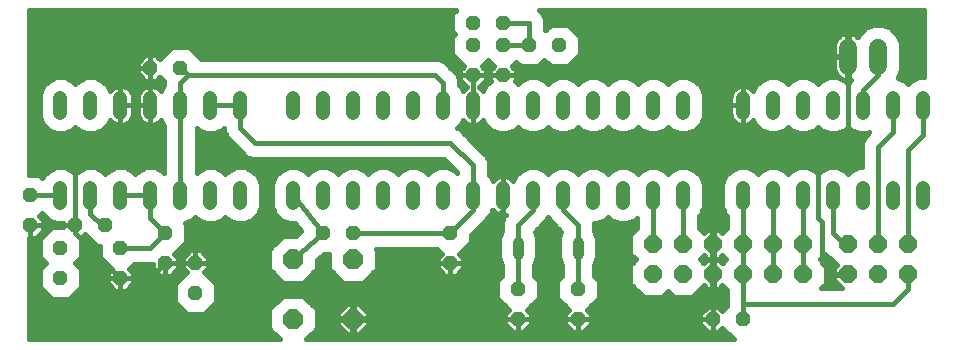
<source format=gbl>
G75*
%MOIN*%
%OFA0B0*%
%FSLAX24Y24*%
%IPPOS*%
%LPD*%
%AMOC8*
5,1,8,0,0,1.08239X$1,22.5*
%
%ADD10C,0.0480*%
%ADD11OC8,0.0600*%
%ADD12C,0.0380*%
%ADD13OC8,0.0660*%
%ADD14OC8,0.0480*%
%ADD15C,0.0600*%
%ADD16C,0.0160*%
D10*
X001715Y005115D02*
X001715Y005595D01*
X002715Y005595D02*
X002715Y005115D01*
X003715Y005115D02*
X003715Y005595D01*
X004715Y005595D02*
X004715Y005115D01*
X005715Y005115D02*
X005715Y005595D01*
X006715Y005595D02*
X006715Y005115D01*
X007715Y005115D02*
X007715Y005595D01*
X009465Y005595D02*
X009465Y005115D01*
X010465Y005115D02*
X010465Y005595D01*
X011465Y005595D02*
X011465Y005115D01*
X012465Y005115D02*
X012465Y005595D01*
X013465Y005595D02*
X013465Y005115D01*
X014465Y005115D02*
X014465Y005595D01*
X015465Y005595D02*
X015465Y005115D01*
X016465Y005115D02*
X016465Y005595D01*
X017465Y005595D02*
X017465Y005115D01*
X018465Y005115D02*
X018465Y005595D01*
X019465Y005595D02*
X019465Y005115D01*
X020465Y005115D02*
X020465Y005595D01*
X021465Y005595D02*
X021465Y005115D01*
X022465Y005115D02*
X022465Y005595D01*
X024465Y005595D02*
X024465Y005115D01*
X025465Y005115D02*
X025465Y005595D01*
X026465Y005595D02*
X026465Y005115D01*
X027465Y005115D02*
X027465Y005595D01*
X028465Y005595D02*
X028465Y005115D01*
X029465Y005115D02*
X029465Y005595D01*
X030465Y005595D02*
X030465Y005115D01*
X030465Y008115D02*
X030465Y008595D01*
X029465Y008595D02*
X029465Y008115D01*
X028465Y008115D02*
X028465Y008595D01*
X027465Y008595D02*
X027465Y008115D01*
X026465Y008115D02*
X026465Y008595D01*
X025465Y008595D02*
X025465Y008115D01*
X024465Y008115D02*
X024465Y008595D01*
X022465Y008595D02*
X022465Y008115D01*
X021465Y008115D02*
X021465Y008595D01*
X020465Y008595D02*
X020465Y008115D01*
X019465Y008115D02*
X019465Y008595D01*
X018465Y008595D02*
X018465Y008115D01*
X017465Y008115D02*
X017465Y008595D01*
X016465Y008595D02*
X016465Y008115D01*
X015465Y008115D02*
X015465Y008595D01*
X014465Y008595D02*
X014465Y008115D01*
X013465Y008115D02*
X013465Y008595D01*
X012465Y008595D02*
X012465Y008115D01*
X011465Y008115D02*
X011465Y008595D01*
X010465Y008595D02*
X010465Y008115D01*
X009465Y008115D02*
X009465Y008595D01*
X007715Y008595D02*
X007715Y008115D01*
X006715Y008115D02*
X006715Y008595D01*
X005715Y008595D02*
X005715Y008115D01*
X004715Y008115D02*
X004715Y008595D01*
X003715Y008595D02*
X003715Y008115D01*
X002715Y008115D02*
X002715Y008595D01*
X001715Y008595D02*
X001715Y008115D01*
D11*
X021465Y003730D03*
X022465Y003730D03*
X023465Y003730D03*
X024465Y003730D03*
X025465Y003730D03*
X026465Y003730D03*
X027965Y003730D03*
X028965Y003730D03*
X029965Y003730D03*
X029965Y002730D03*
X028965Y002730D03*
X027965Y002730D03*
X026465Y002730D03*
X025465Y002730D03*
X024465Y002730D03*
X023465Y002730D03*
X022465Y002730D03*
X021465Y002730D03*
D12*
X018965Y003415D02*
X018965Y003795D01*
X016965Y003795D02*
X016965Y003415D01*
D13*
X011465Y003230D03*
X009465Y003230D03*
X009465Y001230D03*
X011465Y001230D03*
D14*
X014715Y003105D03*
X016965Y002230D03*
X018965Y002230D03*
X018965Y001230D03*
X016965Y001230D03*
X023465Y001230D03*
X024465Y001230D03*
X014715Y004105D03*
X011465Y004105D03*
X010465Y004105D03*
X006215Y003105D03*
X005215Y003105D03*
X003715Y002605D03*
X001715Y002605D03*
X001715Y003605D03*
X003715Y003605D03*
X005215Y004105D03*
X003215Y004355D03*
X002215Y004355D03*
X000715Y004355D03*
X000715Y005355D03*
X006215Y002105D03*
X015465Y009355D03*
X016465Y009355D03*
X016465Y010355D03*
X017340Y010355D03*
X018340Y010355D03*
X016465Y011105D03*
X015465Y011105D03*
X015465Y010355D03*
X005715Y009605D03*
X004715Y009605D03*
D15*
X027965Y009680D02*
X027965Y010280D01*
X028965Y010280D02*
X028965Y009680D01*
D16*
X000670Y003935D02*
X000670Y000560D01*
X009025Y000560D01*
X008680Y000905D01*
X008680Y001555D01*
X009140Y002015D01*
X009790Y002015D01*
X010250Y001555D01*
X010250Y000905D01*
X009905Y000560D01*
X024152Y000560D01*
X023771Y000942D01*
X023639Y000810D01*
X023465Y000810D01*
X023465Y001230D01*
X018965Y001230D01*
X016965Y001230D01*
X015965Y001230D01*
X014715Y001230D01*
X014715Y003105D01*
X015135Y003105D01*
X015135Y003279D01*
X015003Y003411D01*
X015410Y003817D01*
X015410Y004043D01*
X015768Y004401D01*
X015919Y004552D01*
X015942Y004610D01*
X016054Y004721D01*
X016119Y004877D01*
X016145Y004841D01*
X016191Y004795D01*
X016245Y004756D01*
X016304Y004726D01*
X016367Y004705D01*
X016432Y004695D01*
X016465Y004695D01*
X016498Y004695D01*
X016558Y004704D01*
X016511Y004658D01*
X016430Y004461D01*
X016430Y004172D01*
X016418Y004160D01*
X016320Y003923D01*
X016320Y003287D01*
X016418Y003050D01*
X016430Y003038D01*
X016430Y002678D01*
X016270Y002518D01*
X016270Y001942D01*
X016677Y001536D01*
X016545Y001404D01*
X016545Y001230D01*
X016965Y001230D01*
X017385Y001230D01*
X017385Y001404D01*
X017253Y001536D01*
X017660Y001942D01*
X017660Y002518D01*
X017500Y002678D01*
X017500Y003038D01*
X017512Y003050D01*
X017610Y003287D01*
X017610Y003923D01*
X017516Y004150D01*
X017919Y004552D01*
X017942Y004610D01*
X017965Y004632D01*
X017988Y004610D01*
X018011Y004552D01*
X018414Y004150D01*
X018320Y003923D01*
X018320Y003287D01*
X018418Y003050D01*
X018430Y003038D01*
X018430Y002678D01*
X018270Y002518D01*
X018270Y001942D01*
X018677Y001536D01*
X018545Y001404D01*
X018545Y001230D01*
X018965Y001230D01*
X019385Y001230D01*
X019385Y001404D01*
X019253Y001536D01*
X019660Y001942D01*
X019660Y002518D01*
X019500Y002678D01*
X019500Y003038D01*
X019512Y003050D01*
X019610Y003287D01*
X019610Y003923D01*
X019512Y004160D01*
X019500Y004172D01*
X019500Y004420D01*
X019603Y004420D01*
X019859Y004526D01*
X019965Y004632D01*
X020071Y004526D01*
X020327Y004420D01*
X020603Y004420D01*
X020859Y004526D01*
X020930Y004597D01*
X020930Y004263D01*
X020710Y004043D01*
X020710Y003417D01*
X020897Y003230D01*
X020710Y003043D01*
X020710Y002417D01*
X021152Y001975D01*
X021778Y001975D01*
X021965Y002162D01*
X022152Y001975D01*
X022778Y001975D01*
X023159Y002357D01*
X023266Y002250D01*
X023445Y002250D01*
X023445Y002710D01*
X023485Y002710D01*
X023485Y002250D01*
X023664Y002250D01*
X023771Y002357D01*
X023930Y002197D01*
X023930Y001678D01*
X023771Y001518D01*
X023639Y001650D01*
X023465Y001650D01*
X023465Y001230D01*
X023465Y002730D01*
X023465Y003730D01*
X023465Y005855D01*
X024465Y006855D01*
X026965Y006855D01*
X026965Y004605D01*
X027090Y004480D01*
X027090Y003105D01*
X027465Y002730D01*
X027965Y002730D01*
X027945Y002750D02*
X027945Y002710D01*
X027485Y002710D01*
X027485Y002531D01*
X027751Y002265D01*
X027068Y002265D01*
X027220Y002417D01*
X027220Y003043D01*
X027033Y003230D01*
X027215Y003412D01*
X027592Y003036D01*
X027485Y002929D01*
X027485Y002750D01*
X027945Y002750D01*
X027485Y002800D02*
X027220Y002800D01*
X027220Y002958D02*
X027514Y002958D01*
X027511Y003117D02*
X027146Y003117D01*
X027078Y003275D02*
X027352Y003275D01*
X027840Y003730D02*
X027465Y004105D01*
X027465Y005355D01*
X026465Y005355D02*
X026465Y003730D01*
X026465Y002730D01*
X027220Y002641D02*
X027485Y002641D01*
X027534Y002483D02*
X027220Y002483D01*
X027127Y002324D02*
X027692Y002324D01*
X029465Y001730D02*
X024465Y001730D01*
X024465Y001230D01*
X023784Y001532D02*
X023757Y001532D01*
X023930Y001690D02*
X019408Y001690D01*
X019257Y001532D02*
X023173Y001532D01*
X023291Y001650D02*
X023045Y001404D01*
X023045Y001230D01*
X023465Y001230D01*
X023465Y001230D01*
X023465Y001230D01*
X023465Y001230D01*
X023465Y001650D01*
X023291Y001650D01*
X023465Y001532D02*
X023465Y001532D01*
X023465Y001373D02*
X023465Y001373D01*
X023465Y001230D02*
X023045Y001230D01*
X023045Y001056D01*
X019385Y001056D01*
X019385Y001230D01*
X018965Y001230D01*
X018965Y001230D01*
X018965Y000810D01*
X019139Y000810D01*
X019385Y001056D01*
X019226Y000898D02*
X023204Y000898D01*
X023291Y000810D02*
X023465Y000810D01*
X023465Y001230D01*
X023465Y001215D02*
X023465Y001215D01*
X023045Y001215D02*
X019385Y001215D01*
X019385Y001373D02*
X023045Y001373D01*
X023045Y001056D02*
X023291Y000810D01*
X023465Y000898D02*
X023465Y000898D01*
X023465Y001056D02*
X023465Y001056D01*
X023726Y000898D02*
X023815Y000898D01*
X023973Y000739D02*
X011695Y000739D01*
X011676Y000720D02*
X011495Y000720D01*
X011495Y001200D01*
X011495Y001260D01*
X011435Y001260D01*
X011435Y001740D01*
X011254Y001740D01*
X010955Y001441D01*
X010955Y001260D01*
X011435Y001260D01*
X011435Y001200D01*
X010955Y001200D01*
X010955Y001019D01*
X011254Y000720D01*
X011435Y000720D01*
X011435Y001200D01*
X011495Y001200D01*
X011975Y001200D01*
X011975Y001019D01*
X011676Y000720D01*
X011495Y000739D02*
X011435Y000739D01*
X011435Y000898D02*
X011495Y000898D01*
X011495Y001056D02*
X011435Y001056D01*
X011076Y000898D02*
X010243Y000898D01*
X010250Y001056D02*
X010955Y001056D01*
X011235Y000739D02*
X010084Y000739D01*
X009926Y000581D02*
X024132Y000581D01*
X024465Y001730D02*
X024465Y002730D01*
X024465Y003730D01*
X024465Y005355D01*
X023770Y005336D02*
X023160Y005336D01*
X023160Y005494D02*
X023770Y005494D01*
X023770Y005653D02*
X023160Y005653D01*
X023160Y005733D02*
X023054Y005989D01*
X022859Y006184D01*
X022603Y006290D01*
X022327Y006290D01*
X022071Y006184D01*
X021965Y006078D01*
X021859Y006184D01*
X021603Y006290D01*
X021327Y006290D01*
X021071Y006184D01*
X020965Y006078D01*
X020859Y006184D01*
X020603Y006290D01*
X020327Y006290D01*
X020071Y006184D01*
X019965Y006078D01*
X019859Y006184D01*
X019603Y006290D01*
X019327Y006290D01*
X019071Y006184D01*
X018965Y006078D01*
X018859Y006184D01*
X018603Y006290D01*
X018327Y006290D01*
X018071Y006184D01*
X017965Y006078D01*
X017859Y006184D01*
X017603Y006290D01*
X017327Y006290D01*
X017071Y006184D01*
X016876Y005989D01*
X016811Y005833D01*
X016785Y005869D01*
X016739Y005915D01*
X016685Y005954D01*
X016626Y005984D01*
X016563Y006005D01*
X016498Y006015D01*
X016465Y006015D01*
X016465Y005355D01*
X016465Y006355D01*
X015465Y007355D01*
X015465Y008355D01*
X015465Y009355D01*
X016465Y009355D01*
X016885Y009355D01*
X016885Y009529D01*
X016753Y009661D01*
X016902Y009810D01*
X017052Y009660D01*
X017628Y009660D01*
X017840Y009872D01*
X018052Y009660D01*
X018628Y009660D01*
X019035Y010067D01*
X019035Y010643D01*
X018628Y011050D01*
X018052Y011050D01*
X017875Y010873D01*
X017875Y011211D01*
X017794Y011408D01*
X017682Y011520D01*
X030502Y011520D01*
X030502Y009290D01*
X030327Y009290D01*
X030071Y009184D01*
X029965Y009078D01*
X029859Y009184D01*
X029618Y009284D01*
X029720Y009530D01*
X029720Y010430D01*
X029605Y010708D01*
X029393Y010920D01*
X029115Y011035D01*
X028815Y011035D01*
X028537Y010920D01*
X028325Y010708D01*
X028293Y010631D01*
X028278Y010646D01*
X028217Y010691D01*
X028149Y010725D01*
X028077Y010748D01*
X028003Y010760D01*
X027985Y010760D01*
X027985Y010000D01*
X027945Y010000D01*
X027945Y010760D01*
X027927Y010760D01*
X027853Y010748D01*
X027781Y010725D01*
X027713Y010691D01*
X027652Y010646D01*
X027599Y010593D01*
X027554Y010532D01*
X027520Y010464D01*
X027497Y010392D01*
X027485Y010318D01*
X027485Y010000D01*
X027945Y010000D01*
X027945Y009960D01*
X027985Y009960D01*
X027985Y009200D01*
X028003Y009200D01*
X028063Y009210D01*
X028011Y009158D01*
X027988Y009100D01*
X027965Y009078D01*
X027859Y009184D01*
X027603Y009290D01*
X027327Y009290D01*
X027071Y009184D01*
X026965Y009078D01*
X026859Y009184D01*
X026603Y009290D01*
X026327Y009290D01*
X026071Y009184D01*
X025965Y009078D01*
X025859Y009184D01*
X025603Y009290D01*
X025327Y009290D01*
X025071Y009184D01*
X024876Y008989D01*
X024811Y008833D01*
X024785Y008869D01*
X024739Y008915D01*
X024685Y008954D01*
X024626Y008984D01*
X024563Y009005D01*
X024498Y009015D01*
X024465Y009015D01*
X024465Y008355D01*
X024465Y006855D01*
X024603Y006290D02*
X024327Y006290D01*
X024071Y006184D01*
X023876Y005989D01*
X023770Y005733D01*
X023770Y004977D01*
X023876Y004721D01*
X023930Y004667D01*
X023930Y004263D01*
X023771Y004103D01*
X023664Y004210D01*
X023485Y004210D01*
X023485Y003750D01*
X023445Y003750D01*
X023445Y004210D01*
X023266Y004210D01*
X023159Y004103D01*
X023000Y004263D01*
X023000Y004667D01*
X023054Y004721D01*
X023160Y004977D01*
X023160Y005733D01*
X023128Y005811D02*
X023802Y005811D01*
X023868Y005970D02*
X023062Y005970D01*
X022915Y006128D02*
X024015Y006128D01*
X024318Y006287D02*
X022612Y006287D01*
X022318Y006287D02*
X021612Y006287D01*
X021318Y006287D02*
X020612Y006287D01*
X020318Y006287D02*
X019612Y006287D01*
X019318Y006287D02*
X018612Y006287D01*
X018318Y006287D02*
X017612Y006287D01*
X017318Y006287D02*
X016000Y006287D01*
X016000Y006445D02*
X028430Y006445D01*
X028430Y006290D02*
X028327Y006290D01*
X028071Y006184D01*
X027965Y006078D01*
X027859Y006184D01*
X027603Y006290D01*
X027327Y006290D01*
X027071Y006184D01*
X026965Y006078D01*
X026859Y006184D01*
X026603Y006290D01*
X026327Y006290D01*
X026071Y006184D01*
X025965Y006078D01*
X025859Y006184D01*
X025603Y006290D01*
X025327Y006290D01*
X025071Y006184D01*
X024965Y006078D01*
X024859Y006184D01*
X024603Y006290D01*
X024612Y006287D02*
X025318Y006287D01*
X025612Y006287D02*
X026318Y006287D01*
X026612Y006287D02*
X027318Y006287D01*
X027612Y006287D02*
X028318Y006287D01*
X028430Y006290D02*
X028430Y007086D01*
X028511Y007283D01*
X028680Y007452D01*
X028603Y007420D01*
X028327Y007420D01*
X028071Y007526D01*
X027965Y007632D01*
X027859Y007526D01*
X027603Y007420D01*
X027327Y007420D01*
X027071Y007526D01*
X026965Y007632D01*
X026859Y007526D01*
X026603Y007420D01*
X026327Y007420D01*
X026071Y007526D01*
X025965Y007632D01*
X025859Y007526D01*
X025603Y007420D01*
X025327Y007420D01*
X025071Y007526D01*
X024876Y007721D01*
X024811Y007877D01*
X024785Y007841D01*
X024739Y007795D01*
X024685Y007756D01*
X024626Y007726D01*
X024563Y007705D01*
X024498Y007695D01*
X024465Y007695D01*
X024465Y008355D01*
X024465Y008355D01*
X024465Y008355D01*
X024465Y008355D01*
X024045Y008355D01*
X024045Y008628D01*
X024055Y008693D01*
X024076Y008756D01*
X024106Y008815D01*
X024145Y008869D01*
X024191Y008915D01*
X024245Y008954D01*
X024304Y008984D01*
X024367Y009005D01*
X024432Y009015D01*
X024465Y009015D01*
X024465Y008355D01*
X024465Y007695D01*
X024432Y007695D01*
X024367Y007705D01*
X024304Y007726D01*
X024245Y007756D01*
X024191Y007795D01*
X024145Y007841D01*
X024106Y007895D01*
X024076Y007954D01*
X024055Y008017D01*
X024045Y008082D01*
X024045Y008355D01*
X024465Y008355D01*
X024465Y008347D02*
X024465Y008347D01*
X024465Y008506D02*
X024465Y008506D01*
X024465Y008664D02*
X024465Y008664D01*
X024051Y008664D02*
X023160Y008664D01*
X023160Y008733D02*
X023054Y008989D01*
X022859Y009184D01*
X022603Y009290D01*
X022327Y009290D01*
X022071Y009184D01*
X021965Y009078D01*
X021859Y009184D01*
X021603Y009290D01*
X021327Y009290D01*
X021071Y009184D01*
X020965Y009078D01*
X020859Y009184D01*
X020603Y009290D01*
X020327Y009290D01*
X020071Y009184D01*
X019965Y009078D01*
X019859Y009184D01*
X019603Y009290D01*
X019327Y009290D01*
X019071Y009184D01*
X018965Y009078D01*
X018859Y009184D01*
X018603Y009290D01*
X018327Y009290D01*
X018071Y009184D01*
X017965Y009078D01*
X017859Y009184D01*
X017603Y009290D01*
X017327Y009290D01*
X017071Y009184D01*
X016965Y009078D01*
X016873Y009169D01*
X016885Y009181D01*
X016885Y009355D01*
X016465Y009355D01*
X016465Y009355D01*
X016465Y009355D01*
X016045Y009355D01*
X016045Y009529D01*
X016177Y009661D01*
X015965Y009872D01*
X015753Y009661D01*
X015885Y009529D01*
X015885Y009355D01*
X015465Y009355D01*
X015465Y009355D01*
X015885Y009355D01*
X015885Y009181D01*
X015667Y008963D01*
X015685Y008954D01*
X015739Y008915D01*
X015785Y008869D01*
X015811Y008833D01*
X015876Y008989D01*
X016057Y009169D01*
X016045Y009181D01*
X016045Y009355D01*
X016465Y009355D01*
X016045Y009298D02*
X015885Y009298D01*
X015885Y009457D02*
X016045Y009457D01*
X016131Y009615D02*
X015799Y009615D01*
X015866Y009774D02*
X016064Y009774D01*
X015465Y009355D02*
X015465Y009015D01*
X015465Y008355D01*
X015465Y008355D01*
X015465Y007695D01*
X015498Y007695D01*
X015563Y007705D01*
X015626Y007726D01*
X015685Y007756D01*
X015739Y007795D01*
X015785Y007841D01*
X015811Y007877D01*
X015876Y007721D01*
X016071Y007526D01*
X016327Y007420D01*
X016603Y007420D01*
X016859Y007526D01*
X016965Y007632D01*
X017071Y007526D01*
X017327Y007420D01*
X017603Y007420D01*
X017859Y007526D01*
X017965Y007632D01*
X018071Y007526D01*
X018327Y007420D01*
X018603Y007420D01*
X018859Y007526D01*
X018965Y007632D01*
X019071Y007526D01*
X019327Y007420D01*
X019603Y007420D01*
X019859Y007526D01*
X019965Y007632D01*
X020071Y007526D01*
X020327Y007420D01*
X020603Y007420D01*
X020859Y007526D01*
X020965Y007632D01*
X021071Y007526D01*
X021327Y007420D01*
X021603Y007420D01*
X021859Y007526D01*
X021965Y007632D01*
X022071Y007526D01*
X022327Y007420D01*
X022603Y007420D01*
X022859Y007526D01*
X023054Y007721D01*
X023160Y007977D01*
X023160Y008733D01*
X023123Y008823D02*
X024111Y008823D01*
X024297Y008981D02*
X023057Y008981D01*
X022903Y009140D02*
X025027Y009140D01*
X024873Y008981D02*
X024633Y008981D01*
X024465Y008981D02*
X024465Y008981D01*
X024465Y008823D02*
X024465Y008823D01*
X024045Y008506D02*
X023160Y008506D01*
X023160Y008347D02*
X024045Y008347D01*
X024045Y008189D02*
X023160Y008189D01*
X023160Y008030D02*
X024053Y008030D01*
X024123Y007872D02*
X023116Y007872D01*
X023046Y007713D02*
X024343Y007713D01*
X024465Y007713D02*
X024465Y007713D01*
X024587Y007713D02*
X024884Y007713D01*
X025043Y007555D02*
X022887Y007555D01*
X022043Y007555D02*
X021887Y007555D01*
X021043Y007555D02*
X020887Y007555D01*
X020043Y007555D02*
X019887Y007555D01*
X019043Y007555D02*
X018887Y007555D01*
X018043Y007555D02*
X017887Y007555D01*
X017043Y007555D02*
X016887Y007555D01*
X016043Y007555D02*
X015022Y007555D01*
X015018Y007559D02*
X014929Y007596D01*
X015054Y007721D01*
X015119Y007877D01*
X015145Y007841D01*
X015191Y007795D01*
X015245Y007756D01*
X015304Y007726D01*
X015367Y007705D01*
X015432Y007695D01*
X015465Y007695D01*
X015465Y008355D01*
X015465Y008355D01*
X015465Y009355D01*
X015465Y009355D01*
X015465Y009355D01*
X015045Y009355D01*
X015045Y009529D01*
X015177Y009661D01*
X014770Y010067D01*
X014770Y010643D01*
X014857Y010730D01*
X014770Y010817D01*
X014770Y011393D01*
X014897Y011520D01*
X000670Y011520D01*
X000670Y006050D01*
X001003Y006050D01*
X001108Y005945D01*
X001126Y005989D01*
X001321Y006184D01*
X001577Y006290D01*
X001853Y006290D01*
X002109Y006184D01*
X002215Y006078D01*
X002321Y006184D01*
X002577Y006290D01*
X002853Y006290D01*
X003109Y006184D01*
X003215Y006078D01*
X003321Y006184D01*
X003577Y006290D01*
X003853Y006290D01*
X004109Y006184D01*
X004215Y006078D01*
X004321Y006184D01*
X004577Y006290D01*
X004853Y006290D01*
X005109Y006184D01*
X005180Y006113D01*
X005180Y007667D01*
X005126Y007721D01*
X005061Y007877D01*
X005035Y007841D01*
X004989Y007795D01*
X004935Y007756D01*
X004876Y007726D01*
X004813Y007705D01*
X004748Y007695D01*
X004715Y007695D01*
X004715Y008355D01*
X004715Y009605D01*
X004715Y009605D01*
X004715Y010025D01*
X004889Y010025D01*
X005021Y009893D01*
X005427Y010300D01*
X006003Y010300D01*
X006410Y009893D01*
X006410Y009890D01*
X014321Y009890D01*
X014518Y009809D01*
X014768Y009559D01*
X014919Y009408D01*
X015000Y009211D01*
X015000Y009043D01*
X015054Y008989D01*
X015119Y008833D01*
X015145Y008869D01*
X015191Y008915D01*
X015245Y008954D01*
X015263Y008963D01*
X015045Y009181D01*
X015045Y009355D01*
X015465Y009355D01*
X015465Y009298D02*
X015465Y009298D01*
X015045Y009298D02*
X014964Y009298D01*
X015045Y009457D02*
X014870Y009457D01*
X014712Y009615D02*
X015131Y009615D01*
X015064Y009774D02*
X014553Y009774D01*
X014905Y009932D02*
X006371Y009932D01*
X006212Y010091D02*
X014770Y010091D01*
X014770Y010249D02*
X006054Y010249D01*
X005376Y010249D02*
X000670Y010249D01*
X000670Y010091D02*
X005218Y010091D01*
X005059Y009932D02*
X004982Y009932D01*
X004715Y009932D02*
X004715Y009932D01*
X004715Y010025D02*
X004541Y010025D01*
X004295Y009779D01*
X004295Y009605D01*
X004715Y009605D01*
X004715Y009185D01*
X004889Y009185D01*
X005021Y009317D01*
X005180Y009157D01*
X005180Y009043D01*
X005126Y008989D01*
X005061Y008833D01*
X005035Y008869D01*
X004989Y008915D01*
X004935Y008954D01*
X004876Y008984D01*
X004813Y009005D01*
X004748Y009015D01*
X004715Y009015D01*
X004715Y008355D01*
X003715Y008355D01*
X003715Y007480D01*
X003340Y007105D01*
X002715Y007105D01*
X002215Y006605D01*
X002215Y004355D01*
X002215Y004105D01*
X003715Y002605D01*
X004715Y002605D01*
X005215Y003105D01*
X006215Y003105D01*
X007215Y003105D01*
X008215Y002105D01*
X011090Y002105D01*
X011465Y001730D01*
X011465Y001230D01*
X014715Y001230D01*
X015965Y001230D02*
X015965Y004355D01*
X016465Y004855D01*
X016465Y005355D01*
X016465Y005355D01*
X016465Y006015D01*
X016432Y006015D01*
X016367Y006005D01*
X016304Y005984D01*
X016245Y005954D01*
X016191Y005915D01*
X016145Y005869D01*
X016119Y005833D01*
X016054Y005989D01*
X016000Y006043D01*
X016000Y006461D01*
X015919Y006658D01*
X015768Y006809D01*
X015018Y007559D01*
X015046Y007713D02*
X015343Y007713D01*
X015465Y007713D02*
X015465Y007713D01*
X015587Y007713D02*
X015884Y007713D01*
X015814Y007872D02*
X015807Y007872D01*
X015465Y007872D02*
X015465Y007872D01*
X015465Y008030D02*
X015465Y008030D01*
X015465Y008189D02*
X015465Y008189D01*
X015465Y008347D02*
X015465Y008347D01*
X015465Y008506D02*
X015465Y008506D01*
X015465Y008664D02*
X015465Y008664D01*
X015465Y008823D02*
X015465Y008823D01*
X015465Y008981D02*
X015465Y008981D01*
X015465Y009140D02*
X015465Y009140D01*
X015685Y008981D02*
X015873Y008981D01*
X015843Y009140D02*
X016027Y009140D01*
X015245Y008981D02*
X015057Y008981D01*
X015087Y009140D02*
X015000Y009140D01*
X014465Y009105D02*
X014465Y008355D01*
X015116Y007872D02*
X015123Y007872D01*
X015181Y007396D02*
X028624Y007396D01*
X028493Y007238D02*
X015339Y007238D01*
X015498Y007079D02*
X028430Y007079D01*
X028430Y006921D02*
X015656Y006921D01*
X015815Y006762D02*
X028430Y006762D01*
X028430Y006604D02*
X015941Y006604D01*
X015465Y006355D02*
X015465Y005355D01*
X015465Y004855D01*
X014715Y004105D01*
X011465Y004105D01*
X010465Y004105D02*
X009465Y003230D01*
X010250Y003206D02*
X010250Y002905D01*
X009790Y002445D01*
X009140Y002445D01*
X008680Y002905D01*
X008680Y003555D01*
X009140Y004015D01*
X009550Y004015D01*
X009727Y004171D01*
X009528Y004420D01*
X009327Y004420D01*
X009071Y004526D01*
X008876Y004721D01*
X008770Y004977D01*
X008770Y005733D01*
X008876Y005989D01*
X009071Y006184D01*
X009327Y006290D01*
X009603Y006290D01*
X009859Y006184D01*
X009965Y006078D01*
X010071Y006184D01*
X010327Y006290D01*
X010603Y006290D01*
X010859Y006184D01*
X010965Y006078D01*
X011071Y006184D01*
X011327Y006290D01*
X011603Y006290D01*
X011859Y006184D01*
X011965Y006078D01*
X012071Y006184D01*
X012327Y006290D01*
X012603Y006290D01*
X012859Y006184D01*
X012965Y006078D01*
X013071Y006184D01*
X013327Y006290D01*
X013603Y006290D01*
X013859Y006184D01*
X013965Y006078D01*
X014071Y006184D01*
X014327Y006290D01*
X014603Y006290D01*
X014859Y006184D01*
X014930Y006113D01*
X014930Y006133D01*
X014493Y006570D01*
X008109Y006570D01*
X007912Y006651D01*
X007761Y006802D01*
X007761Y006802D01*
X007261Y007302D01*
X007180Y007499D01*
X007180Y007597D01*
X007109Y007526D01*
X006853Y007420D01*
X006577Y007420D01*
X006321Y007526D01*
X006250Y007597D01*
X006250Y006113D01*
X006321Y006184D01*
X006577Y006290D01*
X006853Y006290D01*
X007109Y006184D01*
X007215Y006078D01*
X007321Y006184D01*
X007577Y006290D01*
X007853Y006290D01*
X008109Y006184D01*
X008304Y005989D01*
X008410Y005733D01*
X008410Y004977D01*
X008304Y004721D01*
X008109Y004526D01*
X007853Y004420D01*
X007577Y004420D01*
X007321Y004526D01*
X007215Y004632D01*
X007109Y004526D01*
X006853Y004420D01*
X006577Y004420D01*
X006321Y004526D01*
X006215Y004632D01*
X006109Y004526D01*
X005874Y004429D01*
X005910Y004393D01*
X005910Y003817D01*
X005503Y003411D01*
X005635Y003279D01*
X005635Y003105D01*
X005215Y003105D01*
X005215Y003105D01*
X005635Y003105D01*
X005635Y002931D01*
X005389Y002685D01*
X005215Y002685D01*
X005215Y003105D01*
X005215Y003105D01*
X005215Y002685D01*
X005041Y002685D01*
X004795Y002931D01*
X004795Y003070D01*
X004163Y003070D01*
X004003Y002911D01*
X004135Y002779D01*
X004135Y002605D01*
X003715Y002605D01*
X003715Y002605D01*
X004135Y002605D01*
X004135Y002431D01*
X003889Y002185D01*
X003715Y002185D01*
X003715Y002605D01*
X003715Y002605D01*
X003715Y002605D01*
X003295Y002605D01*
X003295Y002779D01*
X003427Y002911D01*
X003020Y003317D01*
X003020Y003660D01*
X002927Y003660D01*
X002521Y004067D01*
X002389Y003935D01*
X002368Y003935D01*
X002410Y003893D01*
X002410Y003317D01*
X002198Y003105D01*
X002410Y002893D01*
X002410Y002317D01*
X002003Y001910D01*
X001427Y001910D01*
X001020Y002317D01*
X001020Y002893D01*
X001232Y003105D01*
X001020Y003317D01*
X001020Y003893D01*
X001427Y004300D01*
X001795Y004300D01*
X001795Y004355D01*
X002215Y004355D01*
X000715Y004355D01*
X001135Y004355D01*
X001135Y004529D01*
X001003Y004661D01*
X001108Y004765D01*
X001126Y004721D01*
X001321Y004526D01*
X001577Y004420D01*
X001795Y004420D01*
X001795Y004355D01*
X002215Y004355D01*
X002215Y004355D01*
X002215Y004088D01*
X002215Y004355D01*
X002215Y004355D01*
X002215Y004226D02*
X002215Y004226D01*
X002215Y004088D02*
X002215Y004088D01*
X002394Y003909D02*
X002678Y003909D01*
X002837Y003751D02*
X002410Y003751D01*
X002410Y003592D02*
X003020Y003592D01*
X003020Y003434D02*
X002410Y003434D01*
X002368Y003275D02*
X003062Y003275D01*
X003221Y003117D02*
X002209Y003117D01*
X002345Y002958D02*
X003379Y002958D01*
X003316Y002800D02*
X002410Y002800D01*
X002410Y002641D02*
X003295Y002641D01*
X003295Y002605D02*
X003295Y002431D01*
X003541Y002185D01*
X003715Y002185D01*
X003715Y002605D01*
X003295Y002605D01*
X003295Y002483D02*
X002410Y002483D01*
X002410Y002324D02*
X003402Y002324D01*
X003715Y002324D02*
X003715Y002324D01*
X003715Y002483D02*
X003715Y002483D01*
X004028Y002324D02*
X005520Y002324D01*
X005520Y002393D02*
X005520Y001817D01*
X005927Y001410D01*
X006503Y001410D01*
X006910Y001817D01*
X006910Y002393D01*
X006503Y002799D01*
X006635Y002931D01*
X006635Y003105D01*
X006635Y003279D01*
X006389Y003525D01*
X006215Y003525D01*
X006215Y003105D01*
X006215Y003105D01*
X006635Y003105D01*
X006215Y003105D01*
X006215Y003105D01*
X006215Y003105D01*
X005795Y003105D01*
X005795Y003279D01*
X006041Y003525D01*
X006215Y003525D01*
X006215Y003105D01*
X005795Y003105D01*
X005795Y002931D01*
X005927Y002799D01*
X005520Y002393D01*
X005610Y002483D02*
X004135Y002483D01*
X004135Y002641D02*
X005768Y002641D01*
X005927Y002800D02*
X005503Y002800D01*
X005635Y002958D02*
X005795Y002958D01*
X005795Y003117D02*
X005635Y003117D01*
X006215Y003117D02*
X006215Y003117D01*
X006215Y003275D02*
X006215Y003275D01*
X006215Y003434D02*
X006215Y003434D01*
X006480Y003434D02*
X008680Y003434D01*
X008680Y003275D02*
X006635Y003275D01*
X006635Y003117D02*
X008680Y003117D01*
X008680Y002958D02*
X006635Y002958D01*
X006503Y002800D02*
X008785Y002800D01*
X008944Y002641D02*
X006662Y002641D01*
X006820Y002483D02*
X009102Y002483D01*
X009828Y002483D02*
X011102Y002483D01*
X011140Y002445D02*
X011790Y002445D01*
X012250Y002905D01*
X012250Y003555D01*
X012235Y003570D01*
X014267Y003570D01*
X014427Y003411D01*
X014295Y003279D01*
X014295Y003105D01*
X014715Y003105D01*
X014715Y003105D01*
X015135Y003105D01*
X015135Y002931D01*
X014889Y002685D01*
X014715Y002685D01*
X014715Y003105D01*
X014715Y003105D01*
X014715Y003105D01*
X014715Y002685D01*
X014541Y002685D01*
X014295Y002931D01*
X014295Y003105D01*
X014715Y003105D01*
X014715Y002958D02*
X014715Y002958D01*
X014715Y002800D02*
X014715Y002800D01*
X015003Y002800D02*
X016430Y002800D01*
X016430Y002958D02*
X015135Y002958D01*
X015135Y003117D02*
X016390Y003117D01*
X016325Y003275D02*
X015135Y003275D01*
X015026Y003434D02*
X016320Y003434D01*
X016320Y003592D02*
X015185Y003592D01*
X015343Y003751D02*
X016320Y003751D01*
X016320Y003909D02*
X015410Y003909D01*
X015434Y004068D02*
X016380Y004068D01*
X016430Y004226D02*
X015593Y004226D01*
X015751Y004385D02*
X016430Y004385D01*
X016464Y004543D02*
X015910Y004543D01*
X016034Y004702D02*
X016391Y004702D01*
X016465Y004702D02*
X016465Y004702D01*
X016465Y004695D02*
X016465Y005355D01*
X016465Y005355D01*
X016465Y004695D01*
X016539Y004702D02*
X016555Y004702D01*
X016465Y004860D02*
X016465Y004860D01*
X016465Y005019D02*
X016465Y005019D01*
X016465Y005177D02*
X016465Y005177D01*
X016465Y005336D02*
X016465Y005336D01*
X016465Y005494D02*
X016465Y005494D01*
X016465Y005653D02*
X016465Y005653D01*
X016465Y005811D02*
X016465Y005811D01*
X016465Y005970D02*
X016465Y005970D01*
X016275Y005970D02*
X016062Y005970D01*
X016000Y006128D02*
X017015Y006128D01*
X016868Y005970D02*
X016655Y005970D01*
X015465Y006355D02*
X014715Y007105D01*
X008215Y007105D01*
X007715Y007605D01*
X007715Y008355D01*
X006715Y008355D01*
X005715Y008355D02*
X005715Y005355D01*
X004715Y005355D02*
X003715Y005355D01*
X002715Y005355D02*
X002715Y004730D01*
X003090Y004355D01*
X003215Y004355D01*
X001795Y004385D02*
X001135Y004385D01*
X001135Y004355D02*
X000715Y004355D01*
X000715Y004355D01*
X000715Y003935D01*
X000889Y003935D01*
X001135Y004181D01*
X001135Y004355D01*
X001121Y004543D02*
X001304Y004543D01*
X001146Y004702D02*
X001044Y004702D01*
X000715Y004355D02*
X000715Y004355D01*
X000715Y003935D01*
X000670Y003935D01*
X000670Y003909D02*
X001036Y003909D01*
X001021Y004068D02*
X001195Y004068D01*
X001135Y004226D02*
X001353Y004226D01*
X000715Y004226D02*
X000715Y004226D01*
X000715Y004068D02*
X000715Y004068D01*
X000670Y003751D02*
X001020Y003751D01*
X001020Y003592D02*
X000670Y003592D01*
X000670Y003434D02*
X001020Y003434D01*
X001062Y003275D02*
X000670Y003275D01*
X000670Y003117D02*
X001221Y003117D01*
X001085Y002958D02*
X000670Y002958D01*
X000670Y002800D02*
X001020Y002800D01*
X001020Y002641D02*
X000670Y002641D01*
X000670Y002483D02*
X001020Y002483D01*
X001020Y002324D02*
X000670Y002324D01*
X000670Y002166D02*
X001172Y002166D01*
X001330Y002007D02*
X000670Y002007D01*
X000670Y001849D02*
X005520Y001849D01*
X005520Y002007D02*
X002100Y002007D01*
X002258Y002166D02*
X005520Y002166D01*
X005647Y001690D02*
X000670Y001690D01*
X000670Y001532D02*
X005806Y001532D01*
X006624Y001532D02*
X008680Y001532D01*
X008680Y001373D02*
X000670Y001373D01*
X000670Y001215D02*
X008680Y001215D01*
X008680Y001056D02*
X000670Y001056D01*
X000670Y000898D02*
X008687Y000898D01*
X008846Y000739D02*
X000670Y000739D01*
X000670Y000581D02*
X009004Y000581D01*
X010250Y001215D02*
X011435Y001215D01*
X011495Y001215D02*
X016545Y001215D01*
X016545Y001230D02*
X016545Y001056D01*
X011975Y001056D01*
X011854Y000898D02*
X016704Y000898D01*
X016791Y000810D02*
X016965Y000810D01*
X017139Y000810D01*
X017385Y001056D01*
X018545Y001056D01*
X018791Y000810D01*
X018965Y000810D01*
X018965Y001230D01*
X018965Y001230D01*
X018965Y001230D01*
X018545Y001230D01*
X018545Y001056D01*
X018704Y000898D02*
X017226Y000898D01*
X017385Y001056D02*
X017385Y001230D01*
X016965Y001230D01*
X016965Y001230D01*
X016965Y000810D01*
X016965Y001230D01*
X016965Y001230D01*
X016965Y001230D01*
X016545Y001230D01*
X016545Y001373D02*
X011975Y001373D01*
X011975Y001441D02*
X011676Y001740D01*
X011495Y001740D01*
X011495Y001260D01*
X011975Y001260D01*
X011975Y001441D01*
X011885Y001532D02*
X016673Y001532D01*
X016522Y001690D02*
X011726Y001690D01*
X011495Y001690D02*
X011435Y001690D01*
X011435Y001532D02*
X011495Y001532D01*
X011495Y001373D02*
X011435Y001373D01*
X011045Y001532D02*
X010250Y001532D01*
X010250Y001373D02*
X010955Y001373D01*
X011204Y001690D02*
X010115Y001690D01*
X009957Y001849D02*
X016364Y001849D01*
X016270Y002007D02*
X009798Y002007D01*
X009132Y002007D02*
X006910Y002007D01*
X006910Y001849D02*
X008973Y001849D01*
X008815Y001690D02*
X006783Y001690D01*
X006910Y002166D02*
X016270Y002166D01*
X016270Y002324D02*
X006910Y002324D01*
X005215Y002800D02*
X005215Y002800D01*
X005215Y002958D02*
X005215Y002958D01*
X004927Y002800D02*
X004114Y002800D01*
X004051Y002958D02*
X004795Y002958D01*
X005635Y003275D02*
X005795Y003275D01*
X005950Y003434D02*
X005526Y003434D01*
X005685Y003592D02*
X008717Y003592D01*
X008875Y003751D02*
X005843Y003751D01*
X005910Y003909D02*
X009034Y003909D01*
X009610Y004068D02*
X005910Y004068D01*
X005910Y004226D02*
X009683Y004226D01*
X009556Y004385D02*
X005910Y004385D01*
X006126Y004543D02*
X006304Y004543D01*
X007126Y004543D02*
X007304Y004543D01*
X008126Y004543D02*
X009054Y004543D01*
X008896Y004702D02*
X008284Y004702D01*
X008362Y004860D02*
X008818Y004860D01*
X008770Y005019D02*
X008410Y005019D01*
X008410Y005177D02*
X008770Y005177D01*
X008770Y005336D02*
X008410Y005336D01*
X008410Y005494D02*
X008770Y005494D01*
X008770Y005653D02*
X008410Y005653D01*
X008378Y005811D02*
X008802Y005811D01*
X008868Y005970D02*
X008312Y005970D01*
X008165Y006128D02*
X009015Y006128D01*
X009318Y006287D02*
X007862Y006287D01*
X007568Y006287D02*
X006862Y006287D01*
X006568Y006287D02*
X006250Y006287D01*
X006250Y006445D02*
X014618Y006445D01*
X014612Y006287D02*
X014777Y006287D01*
X014318Y006287D02*
X013612Y006287D01*
X013318Y006287D02*
X012612Y006287D01*
X012318Y006287D02*
X011612Y006287D01*
X011318Y006287D02*
X010612Y006287D01*
X010318Y006287D02*
X009612Y006287D01*
X009915Y006128D02*
X010015Y006128D01*
X010915Y006128D02*
X011015Y006128D01*
X011915Y006128D02*
X012015Y006128D01*
X012915Y006128D02*
X013015Y006128D01*
X013915Y006128D02*
X014015Y006128D01*
X014915Y006128D02*
X014930Y006128D01*
X017465Y005355D02*
X017465Y004855D01*
X016965Y004355D01*
X016965Y003605D01*
X016965Y002230D01*
X017660Y002166D02*
X018270Y002166D01*
X018270Y002007D02*
X017660Y002007D01*
X017566Y001849D02*
X018364Y001849D01*
X018522Y001690D02*
X017408Y001690D01*
X017257Y001532D02*
X018673Y001532D01*
X018545Y001373D02*
X017385Y001373D01*
X017385Y001215D02*
X018545Y001215D01*
X018965Y001215D02*
X018965Y001215D01*
X018965Y001056D02*
X018965Y001056D01*
X018965Y000898D02*
X018965Y000898D01*
X016965Y000898D02*
X016965Y000898D01*
X016965Y001056D02*
X016965Y001056D01*
X016791Y000810D02*
X016545Y001056D01*
X016965Y001215D02*
X016965Y001215D01*
X018965Y002230D02*
X018965Y003605D01*
X018965Y004355D01*
X018465Y004855D01*
X018465Y005355D01*
X018915Y006128D02*
X019015Y006128D01*
X019915Y006128D02*
X020015Y006128D01*
X020915Y006128D02*
X021015Y006128D01*
X021915Y006128D02*
X022015Y006128D01*
X022465Y005355D02*
X022465Y003730D01*
X023033Y003230D02*
X023159Y003357D01*
X023266Y003250D01*
X023445Y003250D01*
X023445Y003710D01*
X023485Y003710D01*
X023485Y003250D01*
X023664Y003250D01*
X023771Y003357D01*
X023897Y003230D01*
X023771Y003103D01*
X023664Y003210D01*
X023485Y003210D01*
X023485Y002750D01*
X023445Y002750D01*
X023445Y003210D01*
X023266Y003210D01*
X023159Y003103D01*
X023033Y003230D01*
X023078Y003275D02*
X023241Y003275D01*
X023445Y003275D02*
X023485Y003275D01*
X023485Y003434D02*
X023445Y003434D01*
X023445Y003592D02*
X023485Y003592D01*
X023485Y003751D02*
X023445Y003751D01*
X023445Y003909D02*
X023485Y003909D01*
X023485Y004068D02*
X023445Y004068D01*
X023037Y004226D02*
X023893Y004226D01*
X023930Y004385D02*
X023000Y004385D01*
X023000Y004543D02*
X023930Y004543D01*
X023896Y004702D02*
X023034Y004702D01*
X023112Y004860D02*
X023818Y004860D01*
X023770Y005019D02*
X023160Y005019D01*
X023160Y005177D02*
X023770Y005177D01*
X025465Y005355D02*
X025465Y003730D01*
X025465Y002730D01*
X023930Y002166D02*
X022968Y002166D01*
X022810Y002007D02*
X023930Y002007D01*
X023930Y001849D02*
X019566Y001849D01*
X019660Y002007D02*
X021120Y002007D01*
X020962Y002166D02*
X019660Y002166D01*
X019660Y002324D02*
X020803Y002324D01*
X020710Y002483D02*
X019660Y002483D01*
X019537Y002641D02*
X020710Y002641D01*
X020710Y002800D02*
X019500Y002800D01*
X019500Y002958D02*
X020710Y002958D01*
X020784Y003117D02*
X019540Y003117D01*
X019605Y003275D02*
X020852Y003275D01*
X020710Y003434D02*
X019610Y003434D01*
X019610Y003592D02*
X020710Y003592D01*
X020710Y003751D02*
X019610Y003751D01*
X019610Y003909D02*
X020710Y003909D01*
X020735Y004068D02*
X019550Y004068D01*
X019500Y004226D02*
X020893Y004226D01*
X020930Y004385D02*
X019500Y004385D01*
X019876Y004543D02*
X020054Y004543D01*
X020876Y004543D02*
X020930Y004543D01*
X021465Y005355D02*
X021465Y003730D01*
X023146Y003117D02*
X023173Y003117D01*
X023445Y003117D02*
X023485Y003117D01*
X023485Y002958D02*
X023445Y002958D01*
X023445Y002800D02*
X023485Y002800D01*
X023485Y002641D02*
X023445Y002641D01*
X023445Y002483D02*
X023485Y002483D01*
X023485Y002324D02*
X023445Y002324D01*
X023192Y002324D02*
X023127Y002324D01*
X023738Y002324D02*
X023803Y002324D01*
X022120Y002007D02*
X021810Y002007D01*
X023757Y003117D02*
X023784Y003117D01*
X023852Y003275D02*
X023689Y003275D01*
X027840Y003730D02*
X027965Y003730D01*
X028965Y003730D02*
X028965Y006980D01*
X029465Y007480D01*
X029465Y008355D01*
X028465Y008355D02*
X028465Y008855D01*
X028965Y009355D01*
X028965Y009980D01*
X029720Y009932D02*
X030502Y009932D01*
X030502Y010091D02*
X029720Y010091D01*
X029720Y010249D02*
X030502Y010249D01*
X030502Y010408D02*
X029720Y010408D01*
X029664Y010566D02*
X030502Y010566D01*
X030502Y010725D02*
X029588Y010725D01*
X029430Y010883D02*
X030502Y010883D01*
X030502Y011042D02*
X018636Y011042D01*
X018795Y010883D02*
X028500Y010883D01*
X028342Y010725D02*
X028150Y010725D01*
X027985Y010725D02*
X027945Y010725D01*
X027945Y010566D02*
X027985Y010566D01*
X027985Y010408D02*
X027945Y010408D01*
X027579Y010566D02*
X019035Y010566D01*
X019035Y010408D02*
X027502Y010408D01*
X027485Y010249D02*
X019035Y010249D01*
X019035Y010091D02*
X027485Y010091D01*
X027485Y009960D02*
X027485Y009642D01*
X027497Y009568D01*
X027520Y009496D01*
X027554Y009428D01*
X027599Y009367D01*
X027652Y009314D01*
X027713Y009269D01*
X027781Y009235D01*
X027853Y009212D01*
X027927Y009200D01*
X027945Y009200D01*
X027945Y009960D01*
X027485Y009960D01*
X027485Y009932D02*
X018900Y009932D01*
X018741Y009774D02*
X027485Y009774D01*
X027489Y009615D02*
X016799Y009615D01*
X016866Y009774D02*
X016939Y009774D01*
X016885Y009457D02*
X027540Y009457D01*
X027674Y009298D02*
X016885Y009298D01*
X016903Y009140D02*
X017027Y009140D01*
X017903Y009140D02*
X018027Y009140D01*
X018903Y009140D02*
X019027Y009140D01*
X019903Y009140D02*
X020027Y009140D01*
X020903Y009140D02*
X021027Y009140D01*
X021903Y009140D02*
X022027Y009140D01*
X024465Y008189D02*
X024465Y008189D01*
X024465Y008030D02*
X024465Y008030D01*
X024465Y007872D02*
X024465Y007872D01*
X024807Y007872D02*
X024814Y007872D01*
X025887Y007555D02*
X026043Y007555D01*
X026887Y007555D02*
X027043Y007555D01*
X027465Y006855D02*
X027965Y007355D01*
X027965Y009980D01*
X027945Y009932D02*
X027985Y009932D01*
X027985Y010091D02*
X027945Y010091D01*
X027945Y010249D02*
X027985Y010249D01*
X027985Y009774D02*
X027945Y009774D01*
X027945Y009615D02*
X027985Y009615D01*
X027985Y009457D02*
X027945Y009457D01*
X027945Y009298D02*
X027985Y009298D01*
X028004Y009140D02*
X027903Y009140D01*
X027027Y009140D02*
X026903Y009140D01*
X026027Y009140D02*
X025903Y009140D01*
X029624Y009298D02*
X030502Y009298D01*
X030502Y009457D02*
X029690Y009457D01*
X029720Y009615D02*
X030502Y009615D01*
X030502Y009774D02*
X029720Y009774D01*
X029903Y009140D02*
X030027Y009140D01*
X030465Y008355D02*
X030465Y007355D01*
X029965Y006855D01*
X029965Y003730D01*
X029965Y002730D02*
X029965Y002230D01*
X029465Y001730D01*
X018430Y002800D02*
X017500Y002800D01*
X017500Y002958D02*
X018430Y002958D01*
X018390Y003117D02*
X017540Y003117D01*
X017605Y003275D02*
X018325Y003275D01*
X018320Y003434D02*
X017610Y003434D01*
X017610Y003592D02*
X018320Y003592D01*
X018320Y003751D02*
X017610Y003751D01*
X017610Y003909D02*
X018320Y003909D01*
X018380Y004068D02*
X017550Y004068D01*
X017593Y004226D02*
X018337Y004226D01*
X018179Y004385D02*
X017751Y004385D01*
X017910Y004543D02*
X018020Y004543D01*
X016131Y004860D02*
X016112Y004860D01*
X017915Y006128D02*
X018015Y006128D01*
X014404Y003434D02*
X012250Y003434D01*
X012250Y003275D02*
X014295Y003275D01*
X014295Y003117D02*
X012250Y003117D01*
X012250Y002958D02*
X014295Y002958D01*
X014427Y002800D02*
X012145Y002800D01*
X011986Y002641D02*
X016393Y002641D01*
X016270Y002483D02*
X011828Y002483D01*
X011140Y002445D02*
X010680Y002905D01*
X010680Y003410D01*
X010483Y003410D01*
X010250Y003206D01*
X010250Y003117D02*
X010680Y003117D01*
X010680Y002958D02*
X010250Y002958D01*
X010145Y002800D02*
X010785Y002800D01*
X010944Y002641D02*
X009986Y002641D01*
X010329Y003275D02*
X010680Y003275D01*
X010465Y004105D02*
X009465Y005355D01*
X007265Y006128D02*
X007165Y006128D01*
X006265Y006128D02*
X006250Y006128D01*
X006250Y006604D02*
X008028Y006604D01*
X007801Y006762D02*
X006250Y006762D01*
X006250Y006921D02*
X007643Y006921D01*
X007484Y007079D02*
X006250Y007079D01*
X006250Y007238D02*
X007326Y007238D01*
X007222Y007396D02*
X006250Y007396D01*
X006250Y007555D02*
X006293Y007555D01*
X007137Y007555D02*
X007180Y007555D01*
X005715Y008355D02*
X005715Y009105D01*
X005965Y009355D01*
X005715Y009605D01*
X005965Y009355D02*
X014215Y009355D01*
X014465Y009105D01*
X016465Y010355D02*
X017340Y010355D01*
X017340Y011105D01*
X016465Y011105D01*
X017685Y011517D02*
X030502Y011517D01*
X030502Y011359D02*
X017814Y011359D01*
X017875Y011200D02*
X030502Y011200D01*
X027780Y010725D02*
X018953Y010725D01*
X018044Y011042D02*
X017875Y011042D01*
X017875Y010883D02*
X017885Y010883D01*
X017939Y009774D02*
X017741Y009774D01*
X014770Y010408D02*
X000670Y010408D01*
X000670Y010566D02*
X014770Y010566D01*
X014852Y010725D02*
X000670Y010725D01*
X000670Y010883D02*
X014770Y010883D01*
X014770Y011042D02*
X000670Y011042D01*
X000670Y011200D02*
X014770Y011200D01*
X014770Y011359D02*
X000670Y011359D01*
X000670Y011517D02*
X014894Y011517D01*
X005180Y009140D02*
X003153Y009140D01*
X003109Y009184D02*
X002853Y009290D01*
X002577Y009290D01*
X002321Y009184D01*
X002215Y009078D01*
X002109Y009184D01*
X001853Y009290D01*
X001577Y009290D01*
X001321Y009184D01*
X001126Y008989D01*
X001020Y008733D01*
X001020Y007977D01*
X001126Y007721D01*
X001321Y007526D01*
X001577Y007420D01*
X001853Y007420D01*
X002109Y007526D01*
X002215Y007632D01*
X002321Y007526D01*
X002577Y007420D01*
X002853Y007420D01*
X003109Y007526D01*
X003304Y007721D01*
X003369Y007877D01*
X003395Y007841D01*
X003441Y007795D01*
X003495Y007756D01*
X003554Y007726D01*
X003617Y007705D01*
X003682Y007695D01*
X003715Y007695D01*
X003748Y007695D01*
X003813Y007705D01*
X003876Y007726D01*
X003935Y007756D01*
X003989Y007795D01*
X004035Y007841D01*
X004074Y007895D01*
X004104Y007954D01*
X004125Y008017D01*
X004135Y008082D01*
X004135Y008355D01*
X004135Y008628D01*
X004125Y008693D01*
X004104Y008756D01*
X004074Y008815D01*
X004035Y008869D01*
X003989Y008915D01*
X003935Y008954D01*
X003876Y008984D01*
X003813Y009005D01*
X003748Y009015D01*
X003715Y009015D01*
X003715Y008355D01*
X004135Y008355D01*
X003715Y008355D01*
X003715Y008355D01*
X003715Y008355D01*
X003715Y007695D01*
X003715Y008355D01*
X003715Y008355D01*
X003715Y009015D01*
X003682Y009015D01*
X003617Y009005D01*
X003554Y008984D01*
X003495Y008954D01*
X003441Y008915D01*
X003395Y008869D01*
X003369Y008833D01*
X003304Y008989D01*
X003109Y009184D01*
X003307Y008981D02*
X003547Y008981D01*
X003715Y008981D02*
X003715Y008981D01*
X003715Y008823D02*
X003715Y008823D01*
X003883Y008981D02*
X004547Y008981D01*
X004554Y008984D02*
X004495Y008954D01*
X004441Y008915D01*
X004395Y008869D01*
X004356Y008815D01*
X004326Y008756D01*
X004305Y008693D01*
X004295Y008628D01*
X004295Y008355D01*
X004715Y008355D01*
X004715Y008355D01*
X004715Y008355D01*
X004715Y008355D01*
X004715Y009015D01*
X004682Y009015D01*
X004617Y009005D01*
X004554Y008984D01*
X004715Y008981D02*
X004715Y008981D01*
X004715Y008823D02*
X004715Y008823D01*
X004883Y008981D02*
X005123Y008981D01*
X004715Y009185D02*
X004541Y009185D01*
X004295Y009431D01*
X004295Y009605D01*
X004715Y009605D01*
X004715Y009605D01*
X004715Y009605D01*
X004715Y010025D01*
X004448Y009932D02*
X000670Y009932D01*
X000670Y009774D02*
X004295Y009774D01*
X004295Y009615D02*
X000670Y009615D01*
X000670Y009457D02*
X004295Y009457D01*
X004428Y009298D02*
X000670Y009298D01*
X000670Y009140D02*
X001277Y009140D01*
X001123Y008981D02*
X000670Y008981D01*
X000670Y008823D02*
X001057Y008823D01*
X001020Y008664D02*
X000670Y008664D01*
X000670Y008506D02*
X001020Y008506D01*
X001020Y008347D02*
X000670Y008347D01*
X000670Y008189D02*
X001020Y008189D01*
X001020Y008030D02*
X000670Y008030D01*
X000670Y007872D02*
X001064Y007872D01*
X001134Y007713D02*
X000670Y007713D01*
X000670Y007555D02*
X001293Y007555D01*
X000670Y007396D02*
X005180Y007396D01*
X005180Y007555D02*
X003137Y007555D01*
X003296Y007713D02*
X003593Y007713D01*
X003715Y007713D02*
X003715Y007713D01*
X003837Y007713D02*
X004593Y007713D01*
X004617Y007705D02*
X004682Y007695D01*
X004715Y007695D01*
X004715Y008355D01*
X004295Y008355D01*
X004295Y008082D01*
X004305Y008017D01*
X004326Y007954D01*
X004356Y007895D01*
X004395Y007841D01*
X004441Y007795D01*
X004495Y007756D01*
X004554Y007726D01*
X004617Y007705D01*
X004715Y007713D02*
X004715Y007713D01*
X004837Y007713D02*
X005134Y007713D01*
X005064Y007872D02*
X005057Y007872D01*
X004715Y007872D02*
X004715Y007872D01*
X004715Y008030D02*
X004715Y008030D01*
X004715Y008189D02*
X004715Y008189D01*
X004715Y008347D02*
X004715Y008347D01*
X004715Y008506D02*
X004715Y008506D01*
X004715Y008664D02*
X004715Y008664D01*
X004361Y008823D02*
X004069Y008823D01*
X004129Y008664D02*
X004301Y008664D01*
X004295Y008506D02*
X004135Y008506D01*
X004135Y008347D02*
X004295Y008347D01*
X004295Y008189D02*
X004135Y008189D01*
X004127Y008030D02*
X004303Y008030D01*
X004373Y007872D02*
X004057Y007872D01*
X003715Y007872D02*
X003715Y007872D01*
X003715Y008030D02*
X003715Y008030D01*
X003715Y008189D02*
X003715Y008189D01*
X003715Y008347D02*
X003715Y008347D01*
X003715Y008506D02*
X003715Y008506D01*
X003715Y008664D02*
X003715Y008664D01*
X002277Y009140D02*
X002153Y009140D01*
X004715Y009185D02*
X004715Y009605D01*
X004715Y009615D02*
X004715Y009615D01*
X004715Y009457D02*
X004715Y009457D01*
X004715Y009298D02*
X004715Y009298D01*
X005002Y009298D02*
X005039Y009298D01*
X004715Y009774D02*
X004715Y009774D01*
X003373Y007872D02*
X003366Y007872D01*
X002293Y007555D02*
X002137Y007555D01*
X000670Y007238D02*
X005180Y007238D01*
X005180Y007079D02*
X000670Y007079D01*
X000670Y006921D02*
X005180Y006921D01*
X005180Y006762D02*
X000670Y006762D01*
X000670Y006604D02*
X005180Y006604D01*
X005180Y006445D02*
X000670Y006445D01*
X000670Y006287D02*
X001568Y006287D01*
X001862Y006287D02*
X002568Y006287D01*
X002862Y006287D02*
X003568Y006287D01*
X003862Y006287D02*
X004568Y006287D01*
X004862Y006287D02*
X005180Y006287D01*
X005165Y006128D02*
X005180Y006128D01*
X004265Y006128D02*
X004165Y006128D01*
X003265Y006128D02*
X003165Y006128D01*
X002265Y006128D02*
X002165Y006128D01*
X001265Y006128D02*
X000670Y006128D01*
X001083Y005970D02*
X001118Y005970D01*
X000715Y005355D02*
X001715Y005355D01*
X004715Y005355D02*
X004715Y004605D01*
X005215Y004105D01*
X004715Y003605D01*
X003715Y003605D01*
X017537Y002641D02*
X018393Y002641D01*
X018270Y002483D02*
X017660Y002483D01*
X017660Y002324D02*
X018270Y002324D01*
X024915Y006128D02*
X025015Y006128D01*
X025915Y006128D02*
X026015Y006128D01*
X026915Y006128D02*
X027015Y006128D01*
X027915Y006128D02*
X028015Y006128D01*
X027465Y006855D02*
X026965Y006855D01*
X027887Y007555D02*
X028043Y007555D01*
M02*

</source>
